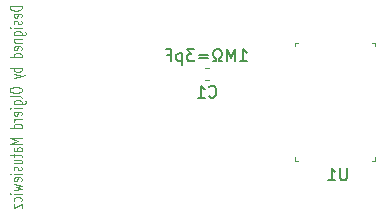
<source format=gbr>
%TF.GenerationSoftware,KiCad,Pcbnew,9.0.4-9.0.4-0~ubuntu24.04.1*%
%TF.CreationDate,2025-10-04T13:56:05-07:00*%
%TF.ProjectId,compact_photodiode_v2,636f6d70-6163-4745-9f70-686f746f6469,rev?*%
%TF.SameCoordinates,Original*%
%TF.FileFunction,Legend,Bot*%
%TF.FilePolarity,Positive*%
%FSLAX46Y46*%
G04 Gerber Fmt 4.6, Leading zero omitted, Abs format (unit mm)*
G04 Created by KiCad (PCBNEW 9.0.4-9.0.4-0~ubuntu24.04.1) date 2025-10-04 13:56:05*
%MOMM*%
%LPD*%
G01*
G04 APERTURE LIST*
%ADD10C,0.150000*%
%ADD11C,0.125000*%
%ADD12C,0.120000*%
%ADD13C,0.100000*%
G04 APERTURE END LIST*
D10*
X151139411Y-114369819D02*
X151710839Y-114369819D01*
X151425125Y-114369819D02*
X151425125Y-113369819D01*
X151425125Y-113369819D02*
X151520363Y-113512676D01*
X151520363Y-113512676D02*
X151615601Y-113607914D01*
X151615601Y-113607914D02*
X151710839Y-113655533D01*
X150710839Y-114369819D02*
X150710839Y-113369819D01*
X150710839Y-113369819D02*
X150377506Y-114084104D01*
X150377506Y-114084104D02*
X150044173Y-113369819D01*
X150044173Y-113369819D02*
X150044173Y-114369819D01*
X149615601Y-114369819D02*
X149377506Y-114369819D01*
X149377506Y-114369819D02*
X149377506Y-114179342D01*
X149377506Y-114179342D02*
X149472744Y-114131723D01*
X149472744Y-114131723D02*
X149567982Y-114036485D01*
X149567982Y-114036485D02*
X149615601Y-113893628D01*
X149615601Y-113893628D02*
X149615601Y-113655533D01*
X149615601Y-113655533D02*
X149567982Y-113512676D01*
X149567982Y-113512676D02*
X149472744Y-113417438D01*
X149472744Y-113417438D02*
X149329887Y-113369819D01*
X149329887Y-113369819D02*
X149139411Y-113369819D01*
X149139411Y-113369819D02*
X148996554Y-113417438D01*
X148996554Y-113417438D02*
X148901316Y-113512676D01*
X148901316Y-113512676D02*
X148853697Y-113655533D01*
X148853697Y-113655533D02*
X148853697Y-113893628D01*
X148853697Y-113893628D02*
X148901316Y-114036485D01*
X148901316Y-114036485D02*
X148996554Y-114131723D01*
X148996554Y-114131723D02*
X149091792Y-114179342D01*
X149091792Y-114179342D02*
X149091792Y-114369819D01*
X149091792Y-114369819D02*
X148853697Y-114369819D01*
X148425125Y-113846009D02*
X147663221Y-113846009D01*
X147663221Y-114131723D02*
X148425125Y-114131723D01*
X147282268Y-113369819D02*
X146663221Y-113369819D01*
X146663221Y-113369819D02*
X146996554Y-113750771D01*
X146996554Y-113750771D02*
X146853697Y-113750771D01*
X146853697Y-113750771D02*
X146758459Y-113798390D01*
X146758459Y-113798390D02*
X146710840Y-113846009D01*
X146710840Y-113846009D02*
X146663221Y-113941247D01*
X146663221Y-113941247D02*
X146663221Y-114179342D01*
X146663221Y-114179342D02*
X146710840Y-114274580D01*
X146710840Y-114274580D02*
X146758459Y-114322200D01*
X146758459Y-114322200D02*
X146853697Y-114369819D01*
X146853697Y-114369819D02*
X147139411Y-114369819D01*
X147139411Y-114369819D02*
X147234649Y-114322200D01*
X147234649Y-114322200D02*
X147282268Y-114274580D01*
X146234649Y-113703152D02*
X146234649Y-114703152D01*
X146234649Y-113750771D02*
X146139411Y-113703152D01*
X146139411Y-113703152D02*
X145948935Y-113703152D01*
X145948935Y-113703152D02*
X145853697Y-113750771D01*
X145853697Y-113750771D02*
X145806078Y-113798390D01*
X145806078Y-113798390D02*
X145758459Y-113893628D01*
X145758459Y-113893628D02*
X145758459Y-114179342D01*
X145758459Y-114179342D02*
X145806078Y-114274580D01*
X145806078Y-114274580D02*
X145853697Y-114322200D01*
X145853697Y-114322200D02*
X145948935Y-114369819D01*
X145948935Y-114369819D02*
X146139411Y-114369819D01*
X146139411Y-114369819D02*
X146234649Y-114322200D01*
X144996554Y-113846009D02*
X145329887Y-113846009D01*
X145329887Y-114369819D02*
X145329887Y-113369819D01*
X145329887Y-113369819D02*
X144853697Y-113369819D01*
D11*
X132657897Y-109686420D02*
X131657897Y-109686420D01*
X131657897Y-109686420D02*
X131657897Y-109853087D01*
X131657897Y-109853087D02*
X131705516Y-109953087D01*
X131705516Y-109953087D02*
X131800754Y-110019754D01*
X131800754Y-110019754D02*
X131895992Y-110053087D01*
X131895992Y-110053087D02*
X132086468Y-110086420D01*
X132086468Y-110086420D02*
X132229325Y-110086420D01*
X132229325Y-110086420D02*
X132419801Y-110053087D01*
X132419801Y-110053087D02*
X132515039Y-110019754D01*
X132515039Y-110019754D02*
X132610278Y-109953087D01*
X132610278Y-109953087D02*
X132657897Y-109853087D01*
X132657897Y-109853087D02*
X132657897Y-109686420D01*
X132610278Y-110653087D02*
X132657897Y-110586420D01*
X132657897Y-110586420D02*
X132657897Y-110453087D01*
X132657897Y-110453087D02*
X132610278Y-110386420D01*
X132610278Y-110386420D02*
X132515039Y-110353087D01*
X132515039Y-110353087D02*
X132134087Y-110353087D01*
X132134087Y-110353087D02*
X132038849Y-110386420D01*
X132038849Y-110386420D02*
X131991230Y-110453087D01*
X131991230Y-110453087D02*
X131991230Y-110586420D01*
X131991230Y-110586420D02*
X132038849Y-110653087D01*
X132038849Y-110653087D02*
X132134087Y-110686420D01*
X132134087Y-110686420D02*
X132229325Y-110686420D01*
X132229325Y-110686420D02*
X132324563Y-110353087D01*
X132610278Y-110953087D02*
X132657897Y-111019754D01*
X132657897Y-111019754D02*
X132657897Y-111153087D01*
X132657897Y-111153087D02*
X132610278Y-111219754D01*
X132610278Y-111219754D02*
X132515039Y-111253087D01*
X132515039Y-111253087D02*
X132467420Y-111253087D01*
X132467420Y-111253087D02*
X132372182Y-111219754D01*
X132372182Y-111219754D02*
X132324563Y-111153087D01*
X132324563Y-111153087D02*
X132324563Y-111053087D01*
X132324563Y-111053087D02*
X132276944Y-110986420D01*
X132276944Y-110986420D02*
X132181706Y-110953087D01*
X132181706Y-110953087D02*
X132134087Y-110953087D01*
X132134087Y-110953087D02*
X132038849Y-110986420D01*
X132038849Y-110986420D02*
X131991230Y-111053087D01*
X131991230Y-111053087D02*
X131991230Y-111153087D01*
X131991230Y-111153087D02*
X132038849Y-111219754D01*
X132657897Y-111553087D02*
X131991230Y-111553087D01*
X131657897Y-111553087D02*
X131705516Y-111519754D01*
X131705516Y-111519754D02*
X131753135Y-111553087D01*
X131753135Y-111553087D02*
X131705516Y-111586421D01*
X131705516Y-111586421D02*
X131657897Y-111553087D01*
X131657897Y-111553087D02*
X131753135Y-111553087D01*
X131991230Y-112186420D02*
X132800754Y-112186420D01*
X132800754Y-112186420D02*
X132895992Y-112153087D01*
X132895992Y-112153087D02*
X132943611Y-112119754D01*
X132943611Y-112119754D02*
X132991230Y-112053087D01*
X132991230Y-112053087D02*
X132991230Y-111953087D01*
X132991230Y-111953087D02*
X132943611Y-111886420D01*
X132610278Y-112186420D02*
X132657897Y-112119754D01*
X132657897Y-112119754D02*
X132657897Y-111986420D01*
X132657897Y-111986420D02*
X132610278Y-111919754D01*
X132610278Y-111919754D02*
X132562658Y-111886420D01*
X132562658Y-111886420D02*
X132467420Y-111853087D01*
X132467420Y-111853087D02*
X132181706Y-111853087D01*
X132181706Y-111853087D02*
X132086468Y-111886420D01*
X132086468Y-111886420D02*
X132038849Y-111919754D01*
X132038849Y-111919754D02*
X131991230Y-111986420D01*
X131991230Y-111986420D02*
X131991230Y-112119754D01*
X131991230Y-112119754D02*
X132038849Y-112186420D01*
X131991230Y-112519753D02*
X132657897Y-112519753D01*
X132086468Y-112519753D02*
X132038849Y-112553087D01*
X132038849Y-112553087D02*
X131991230Y-112619753D01*
X131991230Y-112619753D02*
X131991230Y-112719753D01*
X131991230Y-112719753D02*
X132038849Y-112786420D01*
X132038849Y-112786420D02*
X132134087Y-112819753D01*
X132134087Y-112819753D02*
X132657897Y-112819753D01*
X132610278Y-113419753D02*
X132657897Y-113353086D01*
X132657897Y-113353086D02*
X132657897Y-113219753D01*
X132657897Y-113219753D02*
X132610278Y-113153086D01*
X132610278Y-113153086D02*
X132515039Y-113119753D01*
X132515039Y-113119753D02*
X132134087Y-113119753D01*
X132134087Y-113119753D02*
X132038849Y-113153086D01*
X132038849Y-113153086D02*
X131991230Y-113219753D01*
X131991230Y-113219753D02*
X131991230Y-113353086D01*
X131991230Y-113353086D02*
X132038849Y-113419753D01*
X132038849Y-113419753D02*
X132134087Y-113453086D01*
X132134087Y-113453086D02*
X132229325Y-113453086D01*
X132229325Y-113453086D02*
X132324563Y-113119753D01*
X132657897Y-114053086D02*
X131657897Y-114053086D01*
X132610278Y-114053086D02*
X132657897Y-113986420D01*
X132657897Y-113986420D02*
X132657897Y-113853086D01*
X132657897Y-113853086D02*
X132610278Y-113786420D01*
X132610278Y-113786420D02*
X132562658Y-113753086D01*
X132562658Y-113753086D02*
X132467420Y-113719753D01*
X132467420Y-113719753D02*
X132181706Y-113719753D01*
X132181706Y-113719753D02*
X132086468Y-113753086D01*
X132086468Y-113753086D02*
X132038849Y-113786420D01*
X132038849Y-113786420D02*
X131991230Y-113853086D01*
X131991230Y-113853086D02*
X131991230Y-113986420D01*
X131991230Y-113986420D02*
X132038849Y-114053086D01*
X132657897Y-114919752D02*
X131657897Y-114919752D01*
X132038849Y-114919752D02*
X131991230Y-114986419D01*
X131991230Y-114986419D02*
X131991230Y-115119752D01*
X131991230Y-115119752D02*
X132038849Y-115186419D01*
X132038849Y-115186419D02*
X132086468Y-115219752D01*
X132086468Y-115219752D02*
X132181706Y-115253086D01*
X132181706Y-115253086D02*
X132467420Y-115253086D01*
X132467420Y-115253086D02*
X132562658Y-115219752D01*
X132562658Y-115219752D02*
X132610278Y-115186419D01*
X132610278Y-115186419D02*
X132657897Y-115119752D01*
X132657897Y-115119752D02*
X132657897Y-114986419D01*
X132657897Y-114986419D02*
X132610278Y-114919752D01*
X131991230Y-115486419D02*
X132657897Y-115653085D01*
X131991230Y-115819752D02*
X132657897Y-115653085D01*
X132657897Y-115653085D02*
X132895992Y-115586419D01*
X132895992Y-115586419D02*
X132943611Y-115553085D01*
X132943611Y-115553085D02*
X132991230Y-115486419D01*
X131657897Y-116753085D02*
X131657897Y-116886418D01*
X131657897Y-116886418D02*
X131705516Y-116953085D01*
X131705516Y-116953085D02*
X131800754Y-117019751D01*
X131800754Y-117019751D02*
X131991230Y-117053085D01*
X131991230Y-117053085D02*
X132324563Y-117053085D01*
X132324563Y-117053085D02*
X132515039Y-117019751D01*
X132515039Y-117019751D02*
X132610278Y-116953085D01*
X132610278Y-116953085D02*
X132657897Y-116886418D01*
X132657897Y-116886418D02*
X132657897Y-116753085D01*
X132657897Y-116753085D02*
X132610278Y-116686418D01*
X132610278Y-116686418D02*
X132515039Y-116619751D01*
X132515039Y-116619751D02*
X132324563Y-116586418D01*
X132324563Y-116586418D02*
X131991230Y-116586418D01*
X131991230Y-116586418D02*
X131800754Y-116619751D01*
X131800754Y-116619751D02*
X131705516Y-116686418D01*
X131705516Y-116686418D02*
X131657897Y-116753085D01*
X132657897Y-117453084D02*
X132610278Y-117386418D01*
X132610278Y-117386418D02*
X132515039Y-117353084D01*
X132515039Y-117353084D02*
X131657897Y-117353084D01*
X131991230Y-118019751D02*
X132800754Y-118019751D01*
X132800754Y-118019751D02*
X132895992Y-117986418D01*
X132895992Y-117986418D02*
X132943611Y-117953085D01*
X132943611Y-117953085D02*
X132991230Y-117886418D01*
X132991230Y-117886418D02*
X132991230Y-117786418D01*
X132991230Y-117786418D02*
X132943611Y-117719751D01*
X132610278Y-118019751D02*
X132657897Y-117953085D01*
X132657897Y-117953085D02*
X132657897Y-117819751D01*
X132657897Y-117819751D02*
X132610278Y-117753085D01*
X132610278Y-117753085D02*
X132562658Y-117719751D01*
X132562658Y-117719751D02*
X132467420Y-117686418D01*
X132467420Y-117686418D02*
X132181706Y-117686418D01*
X132181706Y-117686418D02*
X132086468Y-117719751D01*
X132086468Y-117719751D02*
X132038849Y-117753085D01*
X132038849Y-117753085D02*
X131991230Y-117819751D01*
X131991230Y-117819751D02*
X131991230Y-117953085D01*
X131991230Y-117953085D02*
X132038849Y-118019751D01*
X132657897Y-118353084D02*
X131991230Y-118353084D01*
X131657897Y-118353084D02*
X131705516Y-118319751D01*
X131705516Y-118319751D02*
X131753135Y-118353084D01*
X131753135Y-118353084D02*
X131705516Y-118386418D01*
X131705516Y-118386418D02*
X131657897Y-118353084D01*
X131657897Y-118353084D02*
X131753135Y-118353084D01*
X132610278Y-118953084D02*
X132657897Y-118886417D01*
X132657897Y-118886417D02*
X132657897Y-118753084D01*
X132657897Y-118753084D02*
X132610278Y-118686417D01*
X132610278Y-118686417D02*
X132515039Y-118653084D01*
X132515039Y-118653084D02*
X132134087Y-118653084D01*
X132134087Y-118653084D02*
X132038849Y-118686417D01*
X132038849Y-118686417D02*
X131991230Y-118753084D01*
X131991230Y-118753084D02*
X131991230Y-118886417D01*
X131991230Y-118886417D02*
X132038849Y-118953084D01*
X132038849Y-118953084D02*
X132134087Y-118986417D01*
X132134087Y-118986417D02*
X132229325Y-118986417D01*
X132229325Y-118986417D02*
X132324563Y-118653084D01*
X132657897Y-119286417D02*
X131991230Y-119286417D01*
X132181706Y-119286417D02*
X132086468Y-119319751D01*
X132086468Y-119319751D02*
X132038849Y-119353084D01*
X132038849Y-119353084D02*
X131991230Y-119419751D01*
X131991230Y-119419751D02*
X131991230Y-119486417D01*
X132657897Y-120019750D02*
X131657897Y-120019750D01*
X132610278Y-120019750D02*
X132657897Y-119953084D01*
X132657897Y-119953084D02*
X132657897Y-119819750D01*
X132657897Y-119819750D02*
X132610278Y-119753084D01*
X132610278Y-119753084D02*
X132562658Y-119719750D01*
X132562658Y-119719750D02*
X132467420Y-119686417D01*
X132467420Y-119686417D02*
X132181706Y-119686417D01*
X132181706Y-119686417D02*
X132086468Y-119719750D01*
X132086468Y-119719750D02*
X132038849Y-119753084D01*
X132038849Y-119753084D02*
X131991230Y-119819750D01*
X131991230Y-119819750D02*
X131991230Y-119953084D01*
X131991230Y-119953084D02*
X132038849Y-120019750D01*
X132657897Y-120886416D02*
X131657897Y-120886416D01*
X131657897Y-120886416D02*
X132372182Y-121119750D01*
X132372182Y-121119750D02*
X131657897Y-121353083D01*
X131657897Y-121353083D02*
X132657897Y-121353083D01*
X132657897Y-121986416D02*
X132134087Y-121986416D01*
X132134087Y-121986416D02*
X132038849Y-121953083D01*
X132038849Y-121953083D02*
X131991230Y-121886416D01*
X131991230Y-121886416D02*
X131991230Y-121753083D01*
X131991230Y-121753083D02*
X132038849Y-121686416D01*
X132610278Y-121986416D02*
X132657897Y-121919750D01*
X132657897Y-121919750D02*
X132657897Y-121753083D01*
X132657897Y-121753083D02*
X132610278Y-121686416D01*
X132610278Y-121686416D02*
X132515039Y-121653083D01*
X132515039Y-121653083D02*
X132419801Y-121653083D01*
X132419801Y-121653083D02*
X132324563Y-121686416D01*
X132324563Y-121686416D02*
X132276944Y-121753083D01*
X132276944Y-121753083D02*
X132276944Y-121919750D01*
X132276944Y-121919750D02*
X132229325Y-121986416D01*
X131991230Y-122219749D02*
X131991230Y-122486416D01*
X131657897Y-122319749D02*
X132515039Y-122319749D01*
X132515039Y-122319749D02*
X132610278Y-122353083D01*
X132610278Y-122353083D02*
X132657897Y-122419749D01*
X132657897Y-122419749D02*
X132657897Y-122486416D01*
X131991230Y-123019749D02*
X132657897Y-123019749D01*
X131991230Y-122719749D02*
X132515039Y-122719749D01*
X132515039Y-122719749D02*
X132610278Y-122753083D01*
X132610278Y-122753083D02*
X132657897Y-122819749D01*
X132657897Y-122819749D02*
X132657897Y-122919749D01*
X132657897Y-122919749D02*
X132610278Y-122986416D01*
X132610278Y-122986416D02*
X132562658Y-123019749D01*
X132610278Y-123319749D02*
X132657897Y-123386416D01*
X132657897Y-123386416D02*
X132657897Y-123519749D01*
X132657897Y-123519749D02*
X132610278Y-123586416D01*
X132610278Y-123586416D02*
X132515039Y-123619749D01*
X132515039Y-123619749D02*
X132467420Y-123619749D01*
X132467420Y-123619749D02*
X132372182Y-123586416D01*
X132372182Y-123586416D02*
X132324563Y-123519749D01*
X132324563Y-123519749D02*
X132324563Y-123419749D01*
X132324563Y-123419749D02*
X132276944Y-123353082D01*
X132276944Y-123353082D02*
X132181706Y-123319749D01*
X132181706Y-123319749D02*
X132134087Y-123319749D01*
X132134087Y-123319749D02*
X132038849Y-123353082D01*
X132038849Y-123353082D02*
X131991230Y-123419749D01*
X131991230Y-123419749D02*
X131991230Y-123519749D01*
X131991230Y-123519749D02*
X132038849Y-123586416D01*
X132657897Y-123919749D02*
X131991230Y-123919749D01*
X131657897Y-123919749D02*
X131705516Y-123886416D01*
X131705516Y-123886416D02*
X131753135Y-123919749D01*
X131753135Y-123919749D02*
X131705516Y-123953083D01*
X131705516Y-123953083D02*
X131657897Y-123919749D01*
X131657897Y-123919749D02*
X131753135Y-123919749D01*
X132610278Y-124519749D02*
X132657897Y-124453082D01*
X132657897Y-124453082D02*
X132657897Y-124319749D01*
X132657897Y-124319749D02*
X132610278Y-124253082D01*
X132610278Y-124253082D02*
X132515039Y-124219749D01*
X132515039Y-124219749D02*
X132134087Y-124219749D01*
X132134087Y-124219749D02*
X132038849Y-124253082D01*
X132038849Y-124253082D02*
X131991230Y-124319749D01*
X131991230Y-124319749D02*
X131991230Y-124453082D01*
X131991230Y-124453082D02*
X132038849Y-124519749D01*
X132038849Y-124519749D02*
X132134087Y-124553082D01*
X132134087Y-124553082D02*
X132229325Y-124553082D01*
X132229325Y-124553082D02*
X132324563Y-124219749D01*
X131991230Y-124786416D02*
X132657897Y-124919749D01*
X132657897Y-124919749D02*
X132181706Y-125053082D01*
X132181706Y-125053082D02*
X132657897Y-125186416D01*
X132657897Y-125186416D02*
X131991230Y-125319749D01*
X132657897Y-125586415D02*
X131991230Y-125586415D01*
X131657897Y-125586415D02*
X131705516Y-125553082D01*
X131705516Y-125553082D02*
X131753135Y-125586415D01*
X131753135Y-125586415D02*
X131705516Y-125619749D01*
X131705516Y-125619749D02*
X131657897Y-125586415D01*
X131657897Y-125586415D02*
X131753135Y-125586415D01*
X132610278Y-126219748D02*
X132657897Y-126153082D01*
X132657897Y-126153082D02*
X132657897Y-126019748D01*
X132657897Y-126019748D02*
X132610278Y-125953082D01*
X132610278Y-125953082D02*
X132562658Y-125919748D01*
X132562658Y-125919748D02*
X132467420Y-125886415D01*
X132467420Y-125886415D02*
X132181706Y-125886415D01*
X132181706Y-125886415D02*
X132086468Y-125919748D01*
X132086468Y-125919748D02*
X132038849Y-125953082D01*
X132038849Y-125953082D02*
X131991230Y-126019748D01*
X131991230Y-126019748D02*
X131991230Y-126153082D01*
X131991230Y-126153082D02*
X132038849Y-126219748D01*
X131991230Y-126453082D02*
X131991230Y-126819748D01*
X131991230Y-126819748D02*
X132657897Y-126453082D01*
X132657897Y-126453082D02*
X132657897Y-126819748D01*
D10*
X148529166Y-117359580D02*
X148576785Y-117407200D01*
X148576785Y-117407200D02*
X148719642Y-117454819D01*
X148719642Y-117454819D02*
X148814880Y-117454819D01*
X148814880Y-117454819D02*
X148957737Y-117407200D01*
X148957737Y-117407200D02*
X149052975Y-117311961D01*
X149052975Y-117311961D02*
X149100594Y-117216723D01*
X149100594Y-117216723D02*
X149148213Y-117026247D01*
X149148213Y-117026247D02*
X149148213Y-116883390D01*
X149148213Y-116883390D02*
X149100594Y-116692914D01*
X149100594Y-116692914D02*
X149052975Y-116597676D01*
X149052975Y-116597676D02*
X148957737Y-116502438D01*
X148957737Y-116502438D02*
X148814880Y-116454819D01*
X148814880Y-116454819D02*
X148719642Y-116454819D01*
X148719642Y-116454819D02*
X148576785Y-116502438D01*
X148576785Y-116502438D02*
X148529166Y-116550057D01*
X147576785Y-117454819D02*
X148148213Y-117454819D01*
X147862499Y-117454819D02*
X147862499Y-116454819D01*
X147862499Y-116454819D02*
X147957737Y-116597676D01*
X147957737Y-116597676D02*
X148052975Y-116692914D01*
X148052975Y-116692914D02*
X148148213Y-116740533D01*
X160201904Y-123454819D02*
X160201904Y-124264342D01*
X160201904Y-124264342D02*
X160154285Y-124359580D01*
X160154285Y-124359580D02*
X160106666Y-124407200D01*
X160106666Y-124407200D02*
X160011428Y-124454819D01*
X160011428Y-124454819D02*
X159820952Y-124454819D01*
X159820952Y-124454819D02*
X159725714Y-124407200D01*
X159725714Y-124407200D02*
X159678095Y-124359580D01*
X159678095Y-124359580D02*
X159630476Y-124264342D01*
X159630476Y-124264342D02*
X159630476Y-123454819D01*
X158630476Y-124454819D02*
X159201904Y-124454819D01*
X158916190Y-124454819D02*
X158916190Y-123454819D01*
X158916190Y-123454819D02*
X159011428Y-123597676D01*
X159011428Y-123597676D02*
X159106666Y-123692914D01*
X159106666Y-123692914D02*
X159201904Y-123740533D01*
D12*
%TO.C,C1*%
X148508767Y-114990000D02*
X148216233Y-114990000D01*
X148508767Y-116010000D02*
X148216233Y-116010000D01*
D13*
%TO.C,U1*%
X155790000Y-112800000D02*
X156090000Y-112800000D01*
X155790000Y-113100000D02*
X155790000Y-112800000D01*
X155790000Y-122500000D02*
X155790000Y-122800000D01*
X155790000Y-122800000D02*
X156090000Y-122800000D01*
X162590000Y-112800000D02*
X162290000Y-112800000D01*
X162590000Y-113100000D02*
X162590000Y-112800000D01*
X162590000Y-122500000D02*
X162590000Y-122800000D01*
X162590000Y-122800000D02*
X162290000Y-122800000D01*
%TD*%
M02*

</source>
